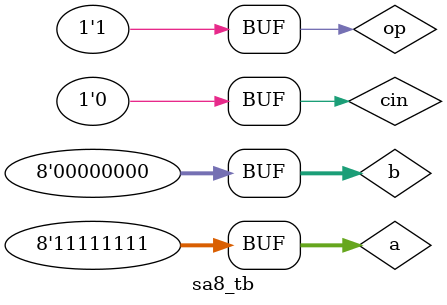
<source format=v>
module sa8_tb;

reg [7:0] a,b;
reg cin,op;
wire [7:0] result;
wire cout;

add_subb8 as8( a,b,cin,op,result,cout);

initial begin
$monitor("%d a=%b, b=%b, op=%b, result=%b", $time,a,b,op,result );

a=0;
b=0;
cin=0;
op=0;

#100 a=8'b00110111;b=8'b00000101;cin=1'b1;op=0;
#100 a=8'b00110000;b=8'b00000110;cin=1'b1;op=0;
#100 a=8'b01011110;b=8'b00000100;cin=1'b1;op=0;
#100 a=8'b01101110;b=8'b00000011;cin=1'b1;op=0;
#100 a=8'b01101111;b=8'b00000111;cin=1'b1;op=0;
#100 a=8'b01110000;b=8'b00001000;cin=1'b1;op=0;
#100 a=8'b11111111;b=8'b00000000;cin=1'b1;op=0;


#100 a=8'b00110111;b=8'b00000101;cin=1'b0;op=1;
#100 a=8'b00110000;b=8'b00000110;cin=1'b0;op=1;
#100 a=8'b01011110;b=8'b00000100;cin=1'b0;op=1;
#100 a=8'b01101110;b=8'b00000011;cin=1'b0;op=1;
#100 a=8'b01101111;b=8'b00000111;cin=1'b0;op=1;
#100 a=8'b01110000;b=8'b00001000;cin=1'b0;op=1;
#100 a=8'b11111111;b=8'b00000000;cin=1'b0;op=1;


end

endmodule

</source>
